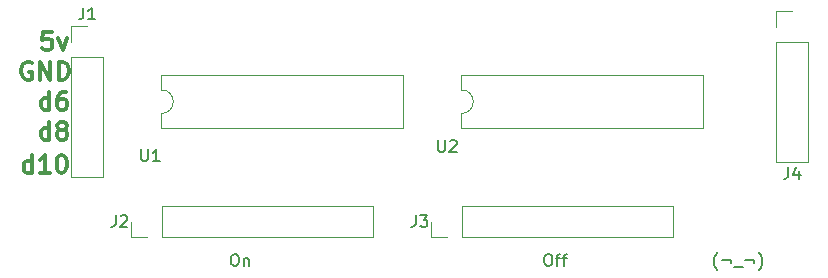
<source format=gto>
%TF.GenerationSoftware,KiCad,Pcbnew,(5.1.2-1)-1*%
%TF.CreationDate,2023-02-25T22:44:41-05:00*%
%TF.ProjectId,7seg,37736567-2e6b-4696-9361-645f70636258,rev?*%
%TF.SameCoordinates,Original*%
%TF.FileFunction,Legend,Top*%
%TF.FilePolarity,Positive*%
%FSLAX46Y46*%
G04 Gerber Fmt 4.6, Leading zero omitted, Abs format (unit mm)*
G04 Created by KiCad (PCBNEW (5.1.2-1)-1) date 2023-02-25 22:44:41*
%MOMM*%
%LPD*%
G04 APERTURE LIST*
%ADD10C,0.150000*%
%ADD11C,0.300000*%
%ADD12C,0.120000*%
%ADD13C,3.302000*%
%ADD14O,1.702000X2.502000*%
%ADD15R,1.702000X2.502000*%
%ADD16O,1.802000X1.802000*%
%ADD17R,1.802000X1.802000*%
G04 APERTURE END LIST*
D10*
X139716095Y25074666D02*
X139668476Y25122285D01*
X139573238Y25265142D01*
X139525619Y25360380D01*
X139478000Y25503238D01*
X139430380Y25741333D01*
X139430380Y25931809D01*
X139478000Y26169904D01*
X139525619Y26312761D01*
X139573238Y26408000D01*
X139668476Y26550857D01*
X139716095Y26598476D01*
X140097047Y25931809D02*
X140858952Y25931809D01*
X140858952Y25693714D01*
X141097047Y25360380D02*
X141858952Y25360380D01*
X142097047Y25931809D02*
X142858952Y25931809D01*
X142858952Y25693714D01*
X143239904Y25074666D02*
X143287523Y25122285D01*
X143382761Y25265142D01*
X143430380Y25360380D01*
X143478000Y25503238D01*
X143525619Y25741333D01*
X143525619Y25931809D01*
X143478000Y26169904D01*
X143430380Y26312761D01*
X143382761Y26408000D01*
X143287523Y26550857D01*
X143239904Y26598476D01*
X125317333Y26455619D02*
X125507809Y26455619D01*
X125603047Y26408000D01*
X125698285Y26312761D01*
X125745904Y26122285D01*
X125745904Y25788952D01*
X125698285Y25598476D01*
X125603047Y25503238D01*
X125507809Y25455619D01*
X125317333Y25455619D01*
X125222095Y25503238D01*
X125126857Y25598476D01*
X125079238Y25788952D01*
X125079238Y26122285D01*
X125126857Y26312761D01*
X125222095Y26408000D01*
X125317333Y26455619D01*
X126031619Y26122285D02*
X126412571Y26122285D01*
X126174476Y25455619D02*
X126174476Y26312761D01*
X126222095Y26408000D01*
X126317333Y26455619D01*
X126412571Y26455619D01*
X126603047Y26122285D02*
X126984000Y26122285D01*
X126745904Y25455619D02*
X126745904Y26312761D01*
X126793523Y26408000D01*
X126888761Y26455619D01*
X126984000Y26455619D01*
X98766380Y26455619D02*
X98956857Y26455619D01*
X99052095Y26408000D01*
X99147333Y26312761D01*
X99194952Y26122285D01*
X99194952Y25788952D01*
X99147333Y25598476D01*
X99052095Y25503238D01*
X98956857Y25455619D01*
X98766380Y25455619D01*
X98671142Y25503238D01*
X98575904Y25598476D01*
X98528285Y25788952D01*
X98528285Y26122285D01*
X98575904Y26312761D01*
X98671142Y26408000D01*
X98766380Y26455619D01*
X99623523Y26122285D02*
X99623523Y25455619D01*
X99623523Y26027047D02*
X99671142Y26074666D01*
X99766380Y26122285D01*
X99909238Y26122285D01*
X100004476Y26074666D01*
X100052095Y25979428D01*
X100052095Y25455619D01*
D11*
X81661142Y42660000D02*
X81518285Y42731428D01*
X81304000Y42731428D01*
X81089714Y42660000D01*
X80946857Y42517142D01*
X80875428Y42374285D01*
X80804000Y42088571D01*
X80804000Y41874285D01*
X80875428Y41588571D01*
X80946857Y41445714D01*
X81089714Y41302857D01*
X81304000Y41231428D01*
X81446857Y41231428D01*
X81661142Y41302857D01*
X81732571Y41374285D01*
X81732571Y41874285D01*
X81446857Y41874285D01*
X82375428Y41231428D02*
X82375428Y42731428D01*
X83232571Y41231428D01*
X83232571Y42731428D01*
X83946857Y41231428D02*
X83946857Y42731428D01*
X84304000Y42731428D01*
X84518285Y42660000D01*
X84661142Y42517142D01*
X84732571Y42374285D01*
X84804000Y42088571D01*
X84804000Y41874285D01*
X84732571Y41588571D01*
X84661142Y41445714D01*
X84518285Y41302857D01*
X84304000Y41231428D01*
X83946857Y41231428D01*
X83351714Y45271428D02*
X82637428Y45271428D01*
X82566000Y44557142D01*
X82637428Y44628571D01*
X82780285Y44700000D01*
X83137428Y44700000D01*
X83280285Y44628571D01*
X83351714Y44557142D01*
X83423142Y44414285D01*
X83423142Y44057142D01*
X83351714Y43914285D01*
X83280285Y43842857D01*
X83137428Y43771428D01*
X82780285Y43771428D01*
X82637428Y43842857D01*
X82566000Y43914285D01*
X83923142Y44771428D02*
X84280285Y43771428D01*
X84637428Y44771428D01*
X81696857Y33357428D02*
X81696857Y34857428D01*
X81696857Y33428857D02*
X81554000Y33357428D01*
X81268285Y33357428D01*
X81125428Y33428857D01*
X81054000Y33500285D01*
X80982571Y33643142D01*
X80982571Y34071714D01*
X81054000Y34214571D01*
X81125428Y34286000D01*
X81268285Y34357428D01*
X81554000Y34357428D01*
X81696857Y34286000D01*
X83196857Y33357428D02*
X82339714Y33357428D01*
X82768285Y33357428D02*
X82768285Y34857428D01*
X82625428Y34643142D01*
X82482571Y34500285D01*
X82339714Y34428857D01*
X84125428Y34857428D02*
X84268285Y34857428D01*
X84411142Y34786000D01*
X84482571Y34714571D01*
X84554000Y34571714D01*
X84625428Y34286000D01*
X84625428Y33928857D01*
X84554000Y33643142D01*
X84482571Y33500285D01*
X84411142Y33428857D01*
X84268285Y33357428D01*
X84125428Y33357428D01*
X83982571Y33428857D01*
X83911142Y33500285D01*
X83839714Y33643142D01*
X83768285Y33928857D01*
X83768285Y34286000D01*
X83839714Y34571714D01*
X83911142Y34714571D01*
X83982571Y34786000D01*
X84125428Y34857428D01*
X83173142Y36151428D02*
X83173142Y37651428D01*
X83173142Y36222857D02*
X83030285Y36151428D01*
X82744571Y36151428D01*
X82601714Y36222857D01*
X82530285Y36294285D01*
X82458857Y36437142D01*
X82458857Y36865714D01*
X82530285Y37008571D01*
X82601714Y37080000D01*
X82744571Y37151428D01*
X83030285Y37151428D01*
X83173142Y37080000D01*
X84101714Y37008571D02*
X83958857Y37080000D01*
X83887428Y37151428D01*
X83816000Y37294285D01*
X83816000Y37365714D01*
X83887428Y37508571D01*
X83958857Y37580000D01*
X84101714Y37651428D01*
X84387428Y37651428D01*
X84530285Y37580000D01*
X84601714Y37508571D01*
X84673142Y37365714D01*
X84673142Y37294285D01*
X84601714Y37151428D01*
X84530285Y37080000D01*
X84387428Y37008571D01*
X84101714Y37008571D01*
X83958857Y36937142D01*
X83887428Y36865714D01*
X83816000Y36722857D01*
X83816000Y36437142D01*
X83887428Y36294285D01*
X83958857Y36222857D01*
X84101714Y36151428D01*
X84387428Y36151428D01*
X84530285Y36222857D01*
X84601714Y36294285D01*
X84673142Y36437142D01*
X84673142Y36722857D01*
X84601714Y36865714D01*
X84530285Y36937142D01*
X84387428Y37008571D01*
X83173142Y38691428D02*
X83173142Y40191428D01*
X83173142Y38762857D02*
X83030285Y38691428D01*
X82744571Y38691428D01*
X82601714Y38762857D01*
X82530285Y38834285D01*
X82458857Y38977142D01*
X82458857Y39405714D01*
X82530285Y39548571D01*
X82601714Y39620000D01*
X82744571Y39691428D01*
X83030285Y39691428D01*
X83173142Y39620000D01*
X84530285Y40191428D02*
X84244571Y40191428D01*
X84101714Y40120000D01*
X84030285Y40048571D01*
X83887428Y39834285D01*
X83816000Y39548571D01*
X83816000Y38977142D01*
X83887428Y38834285D01*
X83958857Y38762857D01*
X84101714Y38691428D01*
X84387428Y38691428D01*
X84530285Y38762857D01*
X84601714Y38834285D01*
X84673142Y38977142D01*
X84673142Y39334285D01*
X84601714Y39477142D01*
X84530285Y39548571D01*
X84387428Y39620000D01*
X84101714Y39620000D01*
X83958857Y39548571D01*
X83887428Y39477142D01*
X83816000Y39334285D01*
D12*
X118050000Y41620000D02*
X118050000Y40370000D01*
X138490000Y41620000D02*
X118050000Y41620000D01*
X138490000Y37120000D02*
X138490000Y41620000D01*
X118050000Y37120000D02*
X138490000Y37120000D01*
X118050000Y38370000D02*
X118050000Y37120000D01*
X118050000Y40370000D02*
G75*
G02X118050000Y38370000I0J-1000000D01*
G01*
X92650000Y41620000D02*
X92650000Y40370000D01*
X113090000Y41620000D02*
X92650000Y41620000D01*
X113090000Y37120000D02*
X113090000Y41620000D01*
X92650000Y37120000D02*
X113090000Y37120000D01*
X92650000Y38370000D02*
X92650000Y37120000D01*
X92650000Y40370000D02*
G75*
G02X92650000Y38370000I0J-1000000D01*
G01*
X144720000Y47050000D02*
X146050000Y47050000D01*
X144720000Y45720000D02*
X144720000Y47050000D01*
X144720000Y44450000D02*
X147380000Y44450000D01*
X147380000Y44450000D02*
X147380000Y34230000D01*
X144720000Y44450000D02*
X144720000Y34230000D01*
X144720000Y34230000D02*
X147380000Y34230000D01*
X115510000Y27880000D02*
X115510000Y29210000D01*
X116840000Y27880000D02*
X115510000Y27880000D01*
X118110000Y27880000D02*
X118110000Y30540000D01*
X118110000Y30540000D02*
X135950000Y30540000D01*
X118110000Y27880000D02*
X135950000Y27880000D01*
X135950000Y27880000D02*
X135950000Y30540000D01*
X90110000Y27880000D02*
X90110000Y29210000D01*
X91440000Y27880000D02*
X90110000Y27880000D01*
X92710000Y27880000D02*
X92710000Y30540000D01*
X92710000Y30540000D02*
X110550000Y30540000D01*
X92710000Y27880000D02*
X110550000Y27880000D01*
X110550000Y27880000D02*
X110550000Y30540000D01*
X85030000Y45780000D02*
X86360000Y45780000D01*
X85030000Y44450000D02*
X85030000Y45780000D01*
X85030000Y43180000D02*
X87690000Y43180000D01*
X87690000Y43180000D02*
X87690000Y32960000D01*
X85030000Y43180000D02*
X85030000Y32960000D01*
X85030000Y32960000D02*
X87690000Y32960000D01*
D10*
X116078095Y36107619D02*
X116078095Y35298095D01*
X116125714Y35202857D01*
X116173333Y35155238D01*
X116268571Y35107619D01*
X116459047Y35107619D01*
X116554285Y35155238D01*
X116601904Y35202857D01*
X116649523Y35298095D01*
X116649523Y36107619D01*
X117078095Y36012380D02*
X117125714Y36060000D01*
X117220952Y36107619D01*
X117459047Y36107619D01*
X117554285Y36060000D01*
X117601904Y36012380D01*
X117649523Y35917142D01*
X117649523Y35821904D01*
X117601904Y35679047D01*
X117030476Y35107619D01*
X117649523Y35107619D01*
X90932095Y35345619D02*
X90932095Y34536095D01*
X90979714Y34440857D01*
X91027333Y34393238D01*
X91122571Y34345619D01*
X91313047Y34345619D01*
X91408285Y34393238D01*
X91455904Y34440857D01*
X91503523Y34536095D01*
X91503523Y35345619D01*
X92503523Y34345619D02*
X91932095Y34345619D01*
X92217809Y34345619D02*
X92217809Y35345619D01*
X92122571Y35202761D01*
X92027333Y35107523D01*
X91932095Y35059904D01*
X145716666Y33821619D02*
X145716666Y33107333D01*
X145669047Y32964476D01*
X145573809Y32869238D01*
X145430952Y32821619D01*
X145335714Y32821619D01*
X146621428Y33488285D02*
X146621428Y32821619D01*
X146383333Y33869238D02*
X146145238Y33154952D01*
X146764285Y33154952D01*
X114176666Y29757619D02*
X114176666Y29043333D01*
X114129047Y28900476D01*
X114033809Y28805238D01*
X113890952Y28757619D01*
X113795714Y28757619D01*
X114557619Y29757619D02*
X115176666Y29757619D01*
X114843333Y29376666D01*
X114986190Y29376666D01*
X115081428Y29329047D01*
X115129047Y29281428D01*
X115176666Y29186190D01*
X115176666Y28948095D01*
X115129047Y28852857D01*
X115081428Y28805238D01*
X114986190Y28757619D01*
X114700476Y28757619D01*
X114605238Y28805238D01*
X114557619Y28852857D01*
X88776666Y29757619D02*
X88776666Y29043333D01*
X88729047Y28900476D01*
X88633809Y28805238D01*
X88490952Y28757619D01*
X88395714Y28757619D01*
X89205238Y29662380D02*
X89252857Y29710000D01*
X89348095Y29757619D01*
X89586190Y29757619D01*
X89681428Y29710000D01*
X89729047Y29662380D01*
X89776666Y29567142D01*
X89776666Y29471904D01*
X89729047Y29329047D01*
X89157619Y28757619D01*
X89776666Y28757619D01*
X86026666Y47327619D02*
X86026666Y46613333D01*
X85979047Y46470476D01*
X85883809Y46375238D01*
X85740952Y46327619D01*
X85645714Y46327619D01*
X87026666Y46327619D02*
X86455238Y46327619D01*
X86740952Y46327619D02*
X86740952Y47327619D01*
X86645714Y47184761D01*
X86550476Y47089523D01*
X86455238Y47041904D01*
%LPC*%
D13*
X147828000Y51308000D03*
X84328000Y51308000D03*
X84328000Y26670000D03*
X148082000Y26670000D03*
D14*
X119380000Y43180000D03*
X137160000Y35560000D03*
X121920000Y43180000D03*
X134620000Y35560000D03*
X124460000Y43180000D03*
X132080000Y35560000D03*
X127000000Y43180000D03*
X129540000Y35560000D03*
X129540000Y43180000D03*
X127000000Y35560000D03*
X132080000Y43180000D03*
X124460000Y35560000D03*
X134620000Y43180000D03*
X121920000Y35560000D03*
X137160000Y43180000D03*
D15*
X119380000Y35560000D03*
D14*
X93980000Y43180000D03*
X111760000Y35560000D03*
X96520000Y43180000D03*
X109220000Y35560000D03*
X99060000Y43180000D03*
X106680000Y35560000D03*
X101600000Y43180000D03*
X104140000Y35560000D03*
X104140000Y43180000D03*
X101600000Y35560000D03*
X106680000Y43180000D03*
X99060000Y35560000D03*
X109220000Y43180000D03*
X96520000Y35560000D03*
X111760000Y43180000D03*
D15*
X93980000Y35560000D03*
D16*
X146050000Y35560000D03*
X146050000Y38100000D03*
X146050000Y40640000D03*
X146050000Y43180000D03*
D17*
X146050000Y45720000D03*
D16*
X134620000Y29210000D03*
X132080000Y29210000D03*
X129540000Y29210000D03*
X127000000Y29210000D03*
X124460000Y29210000D03*
X121920000Y29210000D03*
X119380000Y29210000D03*
D17*
X116840000Y29210000D03*
D16*
X109220000Y29210000D03*
X106680000Y29210000D03*
X104140000Y29210000D03*
X101600000Y29210000D03*
X99060000Y29210000D03*
X96520000Y29210000D03*
X93980000Y29210000D03*
D17*
X91440000Y29210000D03*
D16*
X86360000Y34290000D03*
X86360000Y36830000D03*
X86360000Y39370000D03*
X86360000Y41910000D03*
D17*
X86360000Y44450000D03*
M02*

</source>
